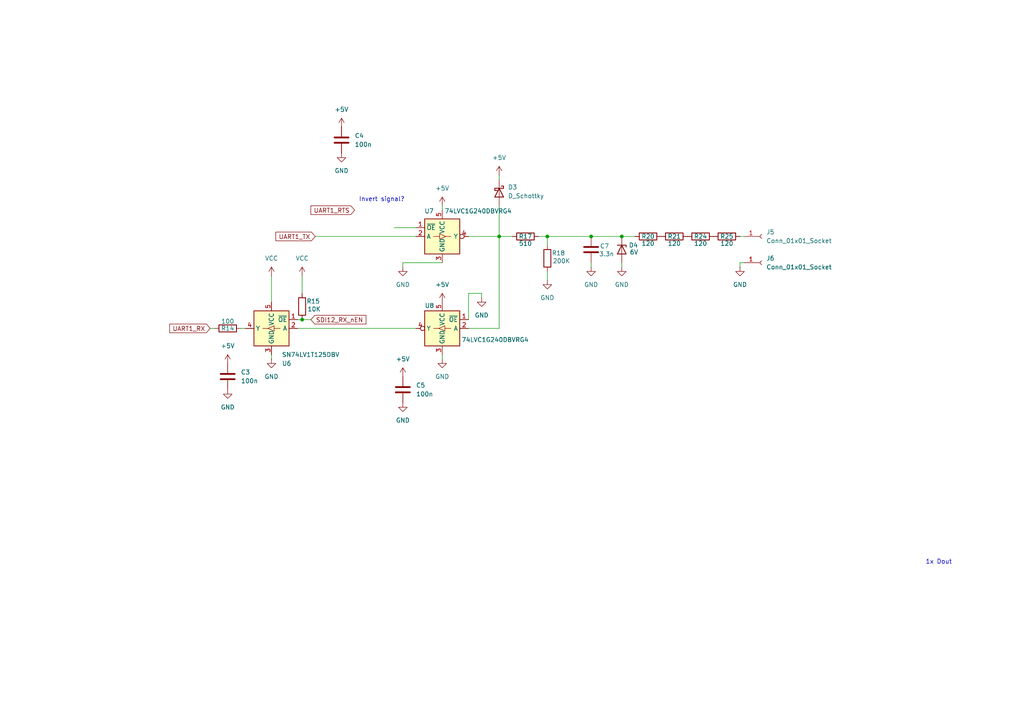
<source format=kicad_sch>
(kicad_sch (version 20231120) (generator "eeschema") (generator_version "8.0")
  (paper "A4")
  (lib_symbols
    (symbol "Connector:Conn_01x01_Socket" (pin_names (offset 1.016) hide)
      (property "Reference" "J" (at 0 2.54 0))
      (property "Value" "Conn_01x01_Socket" (at 0 -2.54 0))
      (symbol "Conn_01x01_Socket_1_1"
        (polyline (pts (xy -1.27 0) (xy -0.508 0)) (stroke (width 0.1524)))
        (arc (start 0 0.508) (mid -0.5058 0) (end 0 -0.508) (stroke (width 0.1524)))
        (pin passive line (at -5.08 0 0) (length 3.81) (name "Pin_1") (number "1"))
      )
    )
    (symbol "Device:C" (pin_numbers hide) (pin_names (offset 0.254))
      (property "Reference" "C" (at 0.635 2.54 0))
      (property "Value" "C" (at 0.635 -2.54 0))
      (symbol "C_0_1"
        (polyline (pts (xy -2.032 -0.762) (xy 2.032 -0.762)) (stroke (width 0.508)))
        (polyline (pts (xy -2.032 0.762) (xy 2.032 0.762)) (stroke (width 0.508)))
      )
      (symbol "C_1_1"
        (pin passive line (at 0 3.81 270) (length 2.794) (name "~") (number "1"))
        (pin passive line (at 0 -3.81 90) (length 2.794) (name "~") (number "2"))
      )
    )
    (symbol "Device:D_Schottky" (pin_numbers hide) (pin_names (offset 1.016) hide)
      (property "Reference" "D" (at 0 2.54 0))
      (property "Value" "D_Schottky" (at 0 -2.54 0))
      (symbol "D_Schottky_0_1"
        (polyline (pts (xy 1.27 0) (xy -1.27 0)))
        (polyline (pts (xy 1.27 1.27) (xy 1.27 -1.27) (xy -1.27 0) (xy 1.27 1.27)) (stroke (width 0.254)))
        (polyline (pts (xy -1.905 0.635) (xy -1.905 1.27) (xy -1.27 1.27) (xy -1.27 -1.27) (xy -0.635 -1.27) (xy -0.635 -0.635)) (stroke (width 0.254)))
      )
      (symbol "D_Schottky_1_1"
        (pin passive line (at -3.81 0 0) (length 2.54) (name "K") (number "1"))
        (pin passive line (at 3.81 0 180) (length 2.54) (name "A") (number "2"))
      )
    )
    (symbol "Device:D_Zener" (pin_numbers hide) (pin_names (offset 1.016) hide)
      (property "Reference" "D" (at 0 2.54 0))
      (property "Value" "D_Zener" (at 0 -2.54 0))
      (symbol "D_Zener_0_1"
        (polyline (pts (xy 1.27 0) (xy -1.27 0)))
        (polyline (pts (xy -1.27 -1.27) (xy -1.27 1.27) (xy -0.762 1.27)) (stroke (width 0.254)))
        (polyline (pts (xy 1.27 -1.27) (xy 1.27 1.27) (xy -1.27 0) (xy 1.27 -1.27)) (stroke (width 0.254)))
      )
      (symbol "D_Zener_1_1"
        (pin passive line (at -3.81 0 0) (length 2.54) (name "K") (number "1"))
        (pin passive line (at 3.81 0 180) (length 2.54) (name "A") (number "2"))
      )
    )
    (symbol "Device:R" (pin_numbers hide) (pin_names (offset 0))
      (property "Reference" "R" (at 2.032 0 90))
      (property "Value" "R" (at 0 0 90))
      (symbol "R_0_1"
        (rectangle (start -1.016 -2.54) (end 1.016 2.54) (stroke (width 0.254)))
      )
      (symbol "R_1_1"
        (pin passive line (at 0 3.81 270) (length 1.27) (name "~") (number "1"))
        (pin passive line (at 0 -3.81 90) (length 1.27) (name "~") (number "2"))
      )
    )
    (symbol "Logic_LevelTranslator:SN74LV1T125DBV"
      (property "Reference" "U" (at 5.08 6.35 0))
      (property "Value" "SN74LV1T125DBV" (at 5.08 3.81 0))
      (symbol "SN74LV1T125DBV_0_1"
        (rectangle (start -5.08 5.08) (end 5.08 -5.08) (stroke (width 0.254)) (fill (type background)))
        (polyline (pts (xy -0.762 0) (xy -2.54 0)))
        (polyline (pts (xy 1.016 0) (xy 2.54 0)))
      )
      (symbol "SN74LV1T125DBV_1_1"
        (polyline (pts (xy -0.762 -0.762) (xy -0.762 0.762) (xy 1.016 0) (xy -0.762 -0.762)))
        (pin input line (at -7.62 2.54 0) (length 2.54) (name "~{OE}") (number "1"))
        (pin input line (at -7.62 0 0) (length 2.54) (name "A") (number "2"))
        (pin power_in line (at 0 -7.62 90) (length 2.54) (name "GND") (number "3"))
        (pin output line (at 7.62 0 180) (length 2.54) (name "Y") (number "4"))
        (pin power_in line (at 0 7.62 270) (length 2.54) (name "VCC") (number "5"))
      )
    )
    (symbol "SN74LVC1G240:74LVC1G240DBVRG4"
      (property "Reference" "U" (at 5.08 6.35 0))
      (property "Value" "74LVC1G240DBVRG4" (at 5.08 3.81 0))
      (symbol "74LVC1G240DBVRG4_0_1"
        (rectangle (start -5.08 5.08) (end 5.08 -5.08) (stroke (width 0.254)) (fill (type background)))
        (polyline (pts (xy -0.762 0) (xy -2.54 0)))
        (polyline (pts (xy 1.016 0) (xy 2.54 0)))
      )
      (symbol "74LVC1G240DBVRG4_1_1"
        (polyline (pts (xy -0.762 -0.762) (xy -0.762 0.762) (xy 1.016 0) (xy -0.762 -0.762)))
        (pin input line (at -7.62 2.54 0) (length 2.54) (name "~{OE}") (number "1"))
        (pin input line (at -7.62 0 0) (length 2.54) (name "A") (number "2"))
        (pin power_in line (at 0 -7.62 90) (length 2.54) (name "GND") (number "3"))
        (pin output inverted (at 7.62 0 180) (length 2.54) (name "Y") (number "4"))
        (pin power_in line (at 0 7.62 270) (length 2.54) (name "VCC") (number "5"))
      )
    )
    (symbol "power:+5V" (power) (pin_numbers hide) (pin_names (offset 0) hide)
      (property "Value" "+5V" (at 0 3.556 0))
      (symbol "+5V_0_1"
        (polyline (pts (xy -0.762 1.27) (xy 0 2.54)))
        (polyline (pts (xy 0 0) (xy 0 2.54)))
        (polyline (pts (xy 0 2.54) (xy 0.762 1.27)))
      )
      (symbol "+5V_1_1"
        (pin power_in line (at 0 0 90) (length 0) (name "~") (number "1"))
      )
    )
    (symbol "power:GND" (power) (pin_numbers hide) (pin_names (offset 0) hide)
      (property "Value" "GND" (at 0 -3.81 0))
      (symbol "GND_0_1"
        (polyline (pts (xy 0 0) (xy 0 -1.27) (xy 1.27 -1.27) (xy 0 -2.54) (xy -1.27 -1.27) (xy 0 -1.27)))
      )
      (symbol "GND_1_1"
        (pin power_in line (at 0 0 270) (length 0) (name "~") (number "1"))
      )
    )
    (symbol "power:VCC" (power) (pin_numbers hide) (pin_names (offset 0) hide)
      (property "Value" "VCC" (at 0 3.556 0))
      (symbol "VCC_0_1"
        (polyline (pts (xy -0.762 1.27) (xy 0 2.54)))
        (polyline (pts (xy 0 0) (xy 0 2.54)))
        (polyline (pts (xy 0 2.54) (xy 0.762 1.27)))
      )
      (symbol "VCC_1_1"
        (pin power_in line (at 0 0 90) (length 0) (name "~") (number "1"))
      )
    )
  )
  (junction (at 180.34 68.58))
  (junction (at 87.63 92.71))
  (junction (at 171.45 68.58))
  (junction (at 158.75 68.58))
  (junction (at 144.78 68.58))
  (wire (pts (xy 87.63 92.71) (xy 90.17 92.71)))
  (wire (pts (xy 158.75 68.58) (xy 171.45 68.58)))
  (wire (pts (xy 60.96 95.25) (xy 62.23 95.25)))
  (wire (pts (xy 144.78 95.25) (xy 144.78 68.58)))
  (wire (pts (xy 158.75 68.58) (xy 158.75 71.12)))
  (wire (pts (xy 135.89 95.25) (xy 144.78 95.25)))
  (wire (pts (xy 135.89 68.58) (xy 144.78 68.58)))
  (wire (pts (xy 78.74 102.87) (xy 78.74 104.14)))
  (wire (pts (xy 180.34 68.58) (xy 184.15 68.58)))
  (wire (pts (xy 86.36 95.25) (xy 120.65 95.25)))
  (wire (pts (xy 69.85 95.25) (xy 71.12 95.25)))
  (wire (pts (xy 128.27 102.87) (xy 128.27 104.14)))
  (wire (pts (xy 158.75 78.74) (xy 158.75 81.28)))
  (wire (pts (xy 139.7 85.09) (xy 139.7 86.36)))
  (wire (pts (xy 171.45 76.2) (xy 171.45 77.47)))
  (wire (pts (xy 120.65 68.58) (xy 91.44 68.58)))
  (wire (pts (xy 144.78 68.58) (xy 148.59 68.58)))
  (wire (pts (xy 114.3 66.04) (xy 120.65 66.04)))
  (wire (pts (xy 87.63 80.01) (xy 87.63 85.09)))
  (wire (pts (xy 78.74 80.01) (xy 78.74 87.63)))
  (wire (pts (xy 86.36 92.71) (xy 87.63 92.71)))
  (wire (pts (xy 135.89 85.09) (xy 139.7 85.09)))
  (wire (pts (xy 156.21 68.58) (xy 158.75 68.58)))
  (wire (pts (xy 214.63 77.47) (xy 214.63 76.2)))
  (wire (pts (xy 171.45 68.58) (xy 180.34 68.58)))
  (wire (pts (xy 144.78 59.69) (xy 144.78 68.58)))
  (wire (pts (xy 144.78 52.07) (xy 144.78 50.8)))
  (wire (pts (xy 135.89 92.71) (xy 135.89 85.09)))
  (wire (pts (xy 214.63 68.58) (xy 215.9 68.58)))
  (wire (pts (xy 180.34 76.2) (xy 180.34 77.47)))
  (wire (pts (xy 116.84 76.2) (xy 128.27 76.2)))
  (wire (pts (xy 128.27 59.69) (xy 128.27 60.96)))
  (wire (pts (xy 116.84 76.2) (xy 116.84 77.47)))
  (wire (pts (xy 214.63 76.2) (xy 215.9 76.2)))
  (text "Invert signal?" (at 110.744 57.912 0) (effects (font (size 1.27 1.27))))
  (text "1x Dout" (at 272.288 163.068 0) (effects (font (size 1.27 1.27))))
  (global_label "UART1_TX" (shape input) (at 91.44 68.58 180) (property "Intersheetrefs" "${INTERSHEET_REFS}" (at 79.4439 68.58 0) (effects (justify right))))
  (global_label "UART1_RTS" (shape input) (at 102.87 60.96 180) (property "Intersheetrefs" "${INTERSHEET_REFS}" (at 89.6039 60.96 0) (effects (justify right))))
  (global_label "UART1_RX" (shape input) (at 60.96 95.25 180) (property "Intersheetrefs" "${INTERSHEET_REFS}" (at 48.6615 95.25 0) (effects (justify right))))
  (global_label "SDI12_RX_nEN" (shape input) (at 90.17 92.71 0) (property "Intersheetrefs" "${INTERSHEET_REFS}" (at 106.7017 92.71 0) (effects (justify left))))
  (symbol (lib_id "Device:R") (at 195.58 68.58 90) (unit 1)
    (property "Reference" "R21" (at 195.58 68.58 90))
    (property "Value" "120" (at 195.58 70.612 90))
    (property "Description" "Resistor" (effects (hide yes)))
  )
  (symbol (lib_id "Connector:Conn_01x01_Socket") (at 220.98 76.2 0) (unit 1)
    (property "Reference" "J6" (at 222.25 74.9299 0) (effects (justify left)))
    (property "Value" "Conn_01x01_Socket" (at 222.25 77.4699 0) (effects (justify left)))
    (property "Description" "Generic connector, single row, 01x01, script generated" (effects (hide yes)))
  )
  (symbol (lib_id "Device:C") (at 66.04 109.22 0) (unit 1)
    (property "Reference" "C3" (at 69.85 107.9499 0) (effects (justify left)))
    (property "Value" "100n" (at 69.85 110.4899 0) (effects (justify left)))
    (property "Description" "Unpolarized capacitor" (effects (hide yes)))
  )
  (symbol (lib_id "Logic_LevelTranslator:SN74LV1T125DBV") (at 78.74 95.25 0) (mirror y) (unit 1)
    (property "Reference" "U6" (at 81.7565 105.41 0) (effects (justify right)))
    (property "Value" "SN74LV1T125DBV" (at 81.7565 102.87 0) (effects (justify right)))
    (property "Footprint" "Package_TO_SOT_SMD:SOT-23-5" (effects (hide yes)))
    (property "Datasheet" "https://www.ti.com/lit/ds/symlink/sn74lv1t125.pdf" (effects (hide yes)))
    (property "Description" "Single Power Supply, Single Buffer Gate with 3-State Output, CMOS Logic Level Shifter Level Shifter, SOT-23-5" (effects (hide yes)))
  )
  (symbol (lib_id "Device:D_Schottky") (at 144.78 55.88 270) (unit 1)
    (property "Reference" "D3" (at 147.32 54.2924 90) (effects (justify left)))
    (property "Value" "D_Schottky" (at 147.32 56.8324 90) (effects (justify left)))
    (property "Description" "Schottky diode" (effects (hide yes)))
  )
  (symbol (lib_id "power:+5V") (at 99.06 36.83 0) (unit 1)
    (property "Reference" "#PWR017" (effects (hide yes)))
    (property "Value" "+5V" (at 99.06 31.75 0))
    (property "Description" "Power symbol creates a global label with name \"+5V\"" (effects (hide yes)))
  )
  (symbol (lib_id "power:+5V") (at 66.04 105.41 0) (unit 1)
    (property "Reference" "#PWR013" (effects (hide yes)))
    (property "Value" "+5V" (at 66.04 100.33 0))
    (property "Description" "Power symbol creates a global label with name \"+5V\"" (effects (hide yes)))
  )
  (symbol (lib_id "Device:C") (at 171.45 72.39 0) (unit 1)
    (property "Reference" "C7" (at 173.99 71.374 0) (effects (justify left)))
    (property "Value" "3.3n" (at 173.736 73.66 0) (effects (justify left)))
    (property "Description" "Unpolarized capacitor" (effects (hide yes)))
  )
  (symbol (lib_id "Connector:Conn_01x01_Socket") (at 220.98 68.58 0) (unit 1)
    (property "Reference" "J5" (at 222.25 67.3099 0) (effects (justify left)))
    (property "Value" "Conn_01x01_Socket" (at 222.25 69.8499 0) (effects (justify left)))
    (property "Description" "Generic connector, single row, 01x01, script generated" (effects (hide yes)))
  )
  (symbol (lib_id "Device:C") (at 116.84 113.03 0) (unit 1)
    (property "Reference" "C5" (at 120.65 111.7599 0) (effects (justify left)))
    (property "Value" "100n" (at 120.65 114.2999 0) (effects (justify left)))
    (property "Description" "Unpolarized capacitor" (effects (hide yes)))
  )
  (symbol (lib_id "Device:D_Zener") (at 180.34 72.39 270) (unit 1)
    (property "Reference" "D4" (at 182.372 71.12 90) (effects (justify left)))
    (property "Value" "6V" (at 182.626 73.152 90) (effects (justify left)))
    (property "Description" "Zener diode" (effects (hide yes)))
  )
  (symbol (lib_id "Device:R") (at 87.63 88.9 180) (unit 1)
    (property "Reference" "R15" (at 88.9 87.376 0) (effects (justify right)))
    (property "Value" "10K" (at 89.154 89.662 0) (effects (justify right)))
    (property "Description" "Resistor" (effects (hide yes)))
  )
  (symbol (lib_id "power:+5V") (at 128.27 59.69 0) (unit 1)
    (property "Reference" "#PWR024" (effects (hide yes)))
    (property "Value" "+5V" (at 128.27 54.61 0))
    (property "Description" "Power symbol creates a global label with name \"+5V\"" (effects (hide yes)))
  )
  (symbol (lib_id "power:GND") (at 116.84 116.84 0) (unit 1)
    (property "Reference" "#PWR023" (effects (hide yes)))
    (property "Value" "GND" (at 116.84 121.92 0))
    (property "Description" "Power symbol creates a global label with name \"GND\" , ground" (effects (hide yes)))
  )
  (symbol (lib_id "Device:R") (at 203.2 68.58 90) (unit 1)
    (property "Reference" "R24" (at 203.2 68.58 90))
    (property "Value" "120" (at 203.2 70.612 90))
    (property "Description" "Resistor" (effects (hide yes)))
  )
  (symbol (lib_id "Device:R") (at 210.82 68.58 90) (unit 1)
    (property "Reference" "R25" (at 210.82 68.58 90))
    (property "Value" "120" (at 210.82 70.612 90))
    (property "Description" "Resistor" (effects (hide yes)))
  )
  (symbol (lib_id "Device:C") (at 99.06 40.64 0) (unit 1)
    (property "Reference" "C4" (at 102.87 39.3699 0) (effects (justify left)))
    (property "Value" "100n" (at 102.87 41.9099 0) (effects (justify left)))
    (property "Description" "Unpolarized capacitor" (effects (hide yes)))
  )
  (symbol (lib_id "Device:R") (at 187.96 68.58 90) (unit 1)
    (property "Reference" "R20" (at 187.96 68.58 90))
    (property "Value" "120" (at 187.96 70.612 90))
    (property "Description" "Resistor" (effects (hide yes)))
  )
  (symbol (lib_id "power:+5V") (at 128.27 87.63 0) (unit 1)
    (property "Reference" "#PWR025" (effects (hide yes)))
    (property "Value" "+5V" (at 128.27 82.55 0))
    (property "Description" "Power symbol creates a global label with name \"+5V\"" (effects (hide yes)))
  )
  (symbol (lib_id "power:GND") (at 171.45 77.47 0) (unit 1)
    (property "Reference" "#PWR032" (effects (hide yes)))
    (property "Value" "GND" (at 171.45 82.55 0))
    (property "Description" "Power symbol creates a global label with name \"GND\" , ground" (effects (hide yes)))
  )
  (symbol (lib_id "power:GND") (at 66.04 113.03 0) (unit 1)
    (property "Reference" "#PWR014" (effects (hide yes)))
    (property "Value" "GND" (at 66.04 118.11 0))
    (property "Description" "Power symbol creates a global label with name \"GND\" , ground" (effects (hide yes)))
  )
  (symbol (lib_id "SN74LVC1G240:74LVC1G240DBVRG4") (at 128.27 68.58 0) (unit 1)
    (property "Reference" "U7" (at 124.46 61.214 0))
    (property "Value" "74LVC1G240DBVRG4" (at 138.684 61.214 0))
    (property "Footprint" "Package_TO_SOT_SMD:SOT-23-5" (effects (hide yes)))
    (property "Datasheet" "https://www.ti.com/lit/ds/symlink/sn74lv1t125.pdf" (effects (hide yes)))
    (property "Description" "Single Power Supply, Single Buffer Gate with 3-State inverted Output, CMOS Logic Level Shifter Level Shifter, SOT-23-5" (effects (hide yes)))
  )
  (symbol (lib_id "SN74LVC1G240:74LVC1G240DBVRG4") (at 128.27 95.25 0) (mirror y) (unit 1)
    (property "Reference" "U8" (at 123.19 88.646 0) (effects (justify right)))
    (property "Value" "74LVC1G240DBVRG4" (at 133.858 98.552 0) (effects (justify right)))
    (property "Footprint" "Package_TO_SOT_SMD:SOT-23-5" (effects (hide yes)))
    (property "Datasheet" "https://www.ti.com/lit/ds/symlink/sn74lv1t125.pdf" (effects (hide yes)))
    (property "Description" "Single Power Supply, Single Buffer Gate with 3-State inverted Output, CMOS Logic Level Shifter Level Shifter, SOT-23-5" (effects (hide yes)))
  )
  (symbol (lib_id "power:+5V") (at 144.78 50.8 0) (unit 1)
    (property "Reference" "#PWR028" (effects (hide yes)))
    (property "Value" "+5V" (at 144.78 45.72 0))
    (property "Description" "Power symbol creates a global label with name \"+5V\"" (effects (hide yes)))
  )
  (symbol (lib_id "power:GND") (at 78.74 104.14 0) (unit 1)
    (property "Reference" "#PWR016" (effects (hide yes)))
    (property "Value" "GND" (at 78.74 109.22 0))
    (property "Description" "Power symbol creates a global label with name \"GND\" , ground" (effects (hide yes)))
  )
  (symbol (lib_id "power:GND") (at 214.63 77.47 0) (unit 1)
    (property "Reference" "#PWR036" (effects (hide yes)))
    (property "Value" "GND" (at 214.63 82.55 0))
    (property "Description" "Power symbol creates a global label with name \"GND\" , ground" (effects (hide yes)))
  )
  (symbol (lib_id "power:GND") (at 158.75 81.28 0) (unit 1)
    (property "Reference" "#PWR029" (effects (hide yes)))
    (property "Value" "GND" (at 158.75 86.36 0))
    (property "Description" "Power symbol creates a global label with name \"GND\" , ground" (effects (hide yes)))
  )
  (symbol (lib_id "power:VCC") (at 87.63 80.01 0) (unit 1)
    (property "Reference" "#PWR019" (effects (hide yes)))
    (property "Value" "VCC" (at 87.63 74.93 0))
    (property "Description" "Power symbol creates a global label with name \"VCC\"" (effects (hide yes)))
  )
  (symbol (lib_id "power:+5V") (at 116.84 109.22 0) (unit 1)
    (property "Reference" "#PWR022" (effects (hide yes)))
    (property "Value" "+5V" (at 116.84 104.14 0))
    (property "Description" "Power symbol creates a global label with name \"+5V\"" (effects (hide yes)))
  )
  (symbol (lib_id "power:GND") (at 128.27 104.14 0) (unit 1)
    (property "Reference" "#PWR026" (effects (hide yes)))
    (property "Value" "GND" (at 128.27 109.22 0))
    (property "Description" "Power symbol creates a global label with name \"GND\" , ground" (effects (hide yes)))
  )
  (symbol (lib_id "power:GND") (at 116.84 77.47 0) (unit 1)
    (property "Reference" "#PWR021" (effects (hide yes)))
    (property "Value" "GND" (at 116.84 82.55 0))
    (property "Description" "Power symbol creates a global label with name \"GND\" , ground" (effects (hide yes)))
  )
  (symbol (lib_id "Device:R") (at 158.75 74.93 180) (unit 1)
    (property "Reference" "R18" (at 160.02 73.406 0) (effects (justify right)))
    (property "Value" "200K" (at 160.274 75.692 0) (effects (justify right)))
    (property "Description" "Resistor" (effects (hide yes)))
  )
  (symbol (lib_id "Device:R") (at 152.4 68.58 90) (unit 1)
    (property "Reference" "R17" (at 152.4 68.58 90))
    (property "Value" "510" (at 152.4 70.612 90))
    (property "Description" "Resistor" (effects (hide yes)))
  )
  (symbol (lib_id "power:GND") (at 180.34 77.47 0) (unit 1)
    (property "Reference" "#PWR033" (effects (hide yes)))
    (property "Value" "GND" (at 180.34 82.55 0))
    (property "Description" "Power symbol creates a global label with name \"GND\" , ground" (effects (hide yes)))
  )
  (symbol (lib_id "power:VCC") (at 78.74 80.01 0) (unit 1)
    (property "Reference" "#PWR015" (effects (hide yes)))
    (property "Value" "VCC" (at 78.74 74.93 0))
    (property "Description" "Power symbol creates a global label with name \"VCC\"" (effects (hide yes)))
  )
  (symbol (lib_id "Device:R") (at 66.04 95.25 90) (unit 1)
    (property "Reference" "R14" (at 66.04 95.25 90))
    (property "Value" "100" (at 66.04 93.218 90))
    (property "Description" "Resistor" (effects (hide yes)))
  )
  (symbol (lib_id "power:GND") (at 139.7 86.36 0) (unit 1)
    (property "Reference" "#PWR027" (effects (hide yes)))
    (property "Value" "GND" (at 139.7 91.44 0))
    (property "Description" "Power symbol creates a global label with name \"GND\" , ground" (effects (hide yes)))
  )
  (symbol (lib_id "power:GND") (at 99.06 44.45 0) (unit 1)
    (property "Reference" "#PWR018" (effects (hide yes)))
    (property "Value" "GND" (at 99.06 49.53 0))
    (property "Description" "Power symbol creates a global label with name \"GND\" , ground" (effects (hide yes)))
  )
)
</source>
